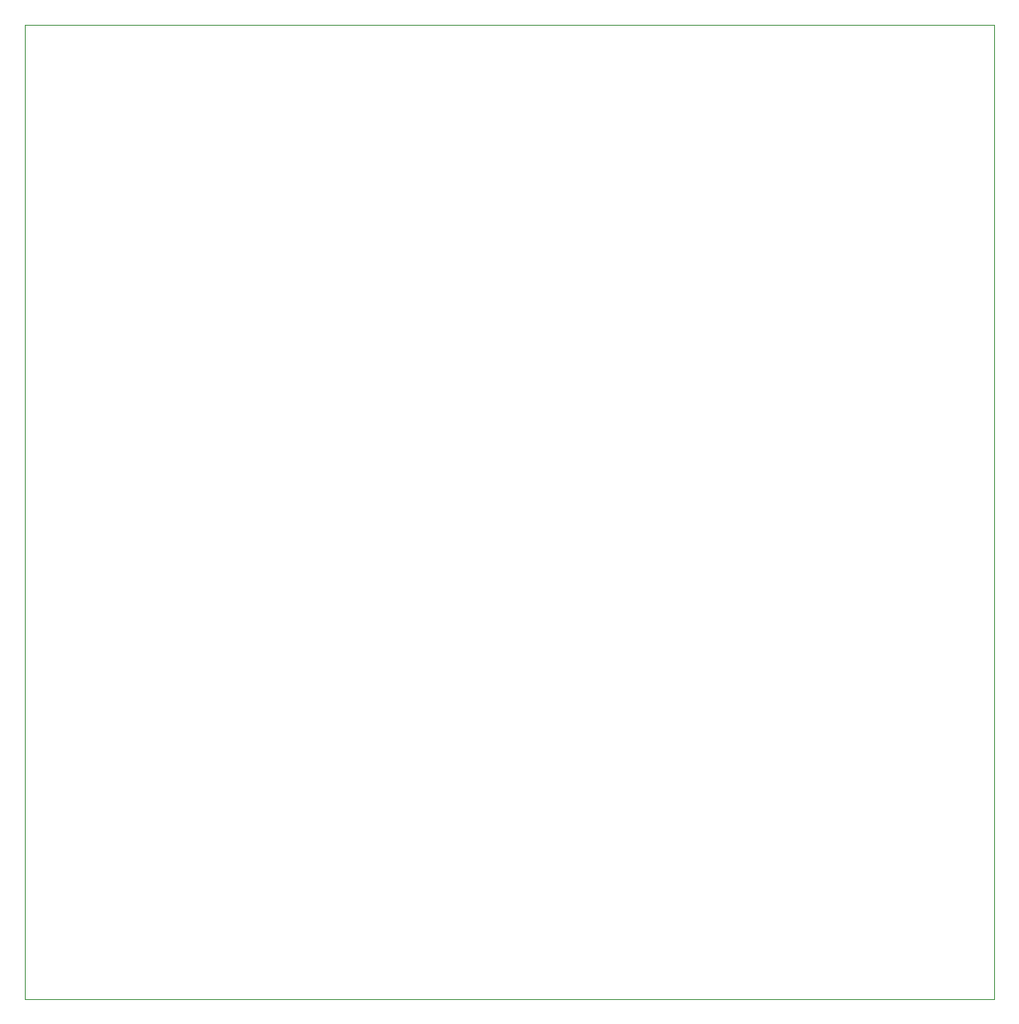
<source format=gbr>
%TF.GenerationSoftware,KiCad,Pcbnew,(5.1.8)-1*%
%TF.CreationDate,2020-12-04T16:08:35+03:00*%
%TF.ProjectId,SDR,5344522e-6b69-4636-9164-5f7063625858,rev?*%
%TF.SameCoordinates,Original*%
%TF.FileFunction,Profile,NP*%
%FSLAX46Y46*%
G04 Gerber Fmt 4.6, Leading zero omitted, Abs format (unit mm)*
G04 Created by KiCad (PCBNEW (5.1.8)-1) date 2020-12-04 16:08:35*
%MOMM*%
%LPD*%
G01*
G04 APERTURE LIST*
%TA.AperFunction,Profile*%
%ADD10C,0.100000*%
%TD*%
G04 APERTURE END LIST*
D10*
X154686000Y-169164000D02*
X154686000Y-69596000D01*
X55626000Y-69596000D02*
X154686000Y-69596000D01*
X55626000Y-169164000D02*
X55626000Y-69596000D01*
X154686000Y-169164000D02*
X55626000Y-169164000D01*
M02*

</source>
